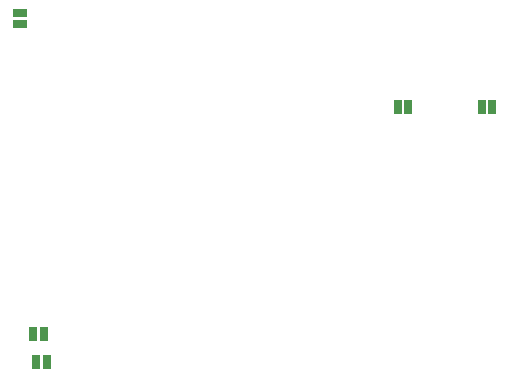
<source format=gbp>
G04 DipTrace 3.3.1.3*
G04 T4-T36-Breakout.gbp*
%MOIN*%
G04 #@! TF.FileFunction,Paste,Bot*
G04 #@! TF.Part,Single*
%ADD48R,0.025X0.05*%
%ADD49R,0.05X0.025*%
%FSLAX26Y26*%
G04*
G70*
G90*
G75*
G01*
G04 BotPaste*
%LPD*%
D48*
X1818700Y1993700D3*
X1854133D3*
D49*
X558700Y2273267D3*
Y2308700D3*
D48*
X2098700Y1993700D3*
X2134133D3*
X648700Y1143700D3*
X613267D3*
X638700Y1238700D3*
X603267D3*
M02*

</source>
